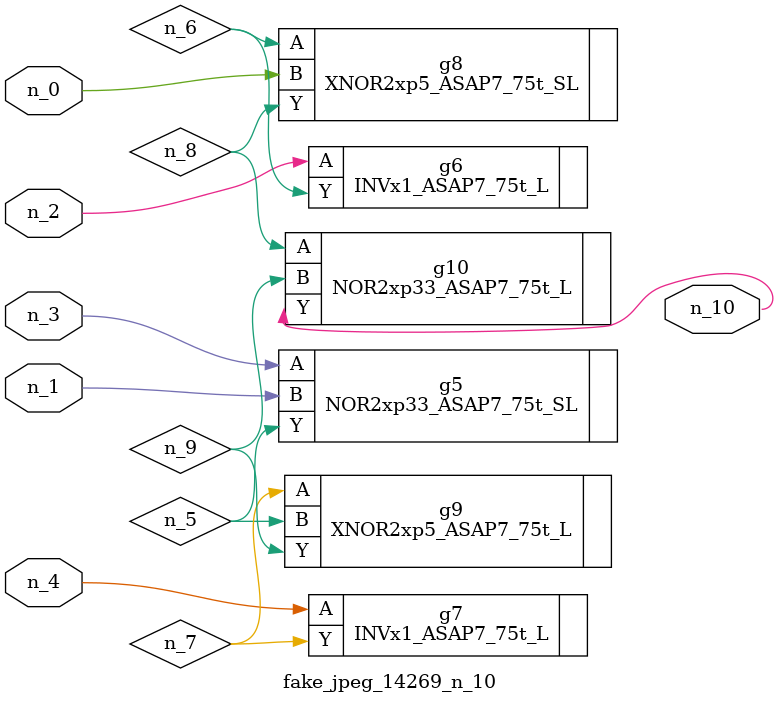
<source format=v>
module fake_jpeg_14269_n_10 (n_3, n_2, n_1, n_0, n_4, n_10);

input n_3;
input n_2;
input n_1;
input n_0;
input n_4;

output n_10;

wire n_8;
wire n_9;
wire n_6;
wire n_5;
wire n_7;

NOR2xp33_ASAP7_75t_SL g5 ( 
.A(n_3),
.B(n_1),
.Y(n_5)
);

INVx1_ASAP7_75t_L g6 ( 
.A(n_2),
.Y(n_6)
);

INVx1_ASAP7_75t_L g7 ( 
.A(n_4),
.Y(n_7)
);

XNOR2xp5_ASAP7_75t_SL g8 ( 
.A(n_6),
.B(n_0),
.Y(n_8)
);

NOR2xp33_ASAP7_75t_L g10 ( 
.A(n_8),
.B(n_9),
.Y(n_10)
);

XNOR2xp5_ASAP7_75t_L g9 ( 
.A(n_7),
.B(n_5),
.Y(n_9)
);


endmodule
</source>
